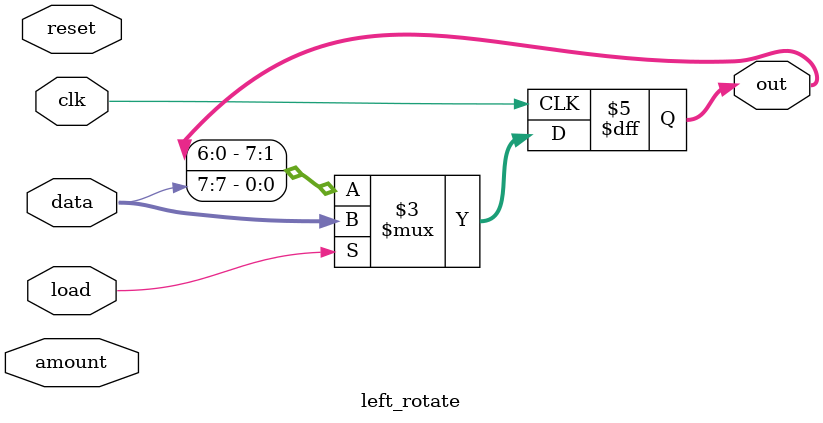
<source format=v>
module left_rotate(clk,reset,amount,data,load,out);
input clk,reset;
input [2:0] amount;
input [7:0] data;
input load;
output reg [7:0] out;
// when load is high, load data to out
// otherwise rotate the out register followed by left shift the out register by amount bits
always@(posedge clk)
	begin
	if (load)
	out<=data;
	else begin
	//$display($time,"amount=%d,out=%d",amount,out);
	out<={out[6:0],data[7]};
	end
	end
endmodule

</source>
